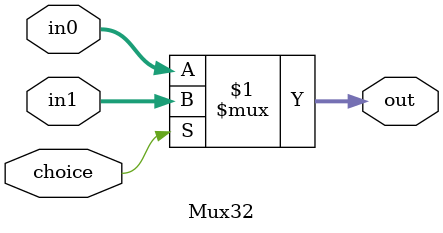
<source format=v>
`timescale 1ns / 1ps
module Mux32(
    input choice,
    input[31:0] in0,
    input[31:0] in1,
    output[31:0] out
);
    assign out=choice?in1:in0;
endmodule
</source>
